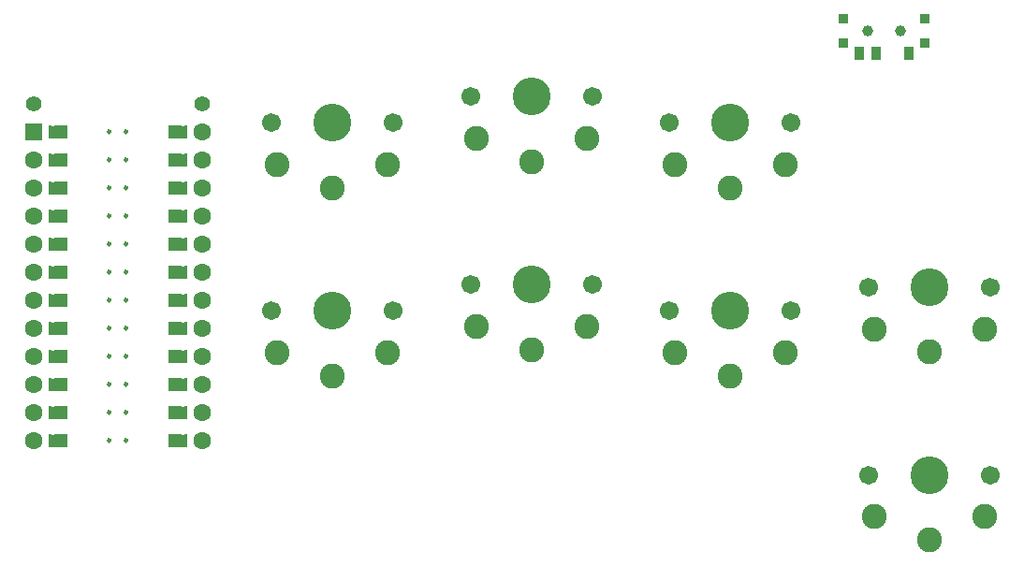
<source format=gbr>
%TF.GenerationSoftware,KiCad,Pcbnew,(6.0.10)*%
%TF.CreationDate,2023-01-30T22:50:37-06:00*%
%TF.ProjectId,mypaintbrush_aggressive,6d797061-696e-4746-9272-7573685f6167,rev?*%
%TF.SameCoordinates,Original*%
%TF.FileFunction,Soldermask,Top*%
%TF.FilePolarity,Negative*%
%FSLAX46Y46*%
G04 Gerber Fmt 4.6, Leading zero omitted, Abs format (unit mm)*
G04 Created by KiCad (PCBNEW (6.0.10)) date 2023-01-30 22:50:37*
%MOMM*%
%LPD*%
G01*
G04 APERTURE LIST*
G04 Aperture macros list*
%AMFreePoly0*
4,1,6,0.600000,0.200000,0.000000,-0.400000,-0.600000,0.200000,-0.600000,0.400000,0.600000,0.400000,0.600000,0.200000,0.600000,0.200000,$1*%
%AMFreePoly1*
4,1,6,0.600000,-0.250000,-0.600000,-0.250000,-0.600000,1.000000,0.000000,0.400000,0.600000,1.000000,0.600000,-0.250000,0.600000,-0.250000,$1*%
G04 Aperture macros list end*
%ADD10C,0.250000*%
%ADD11C,0.100000*%
%ADD12C,3.429000*%
%ADD13C,1.701800*%
%ADD14C,2.262000*%
%ADD15FreePoly0,270.000000*%
%ADD16C,1.600000*%
%ADD17FreePoly0,90.000000*%
%ADD18R,1.600000X1.600000*%
%ADD19FreePoly1,90.000000*%
%ADD20FreePoly1,270.000000*%
%ADD21C,1.397000*%
%ADD22C,1.000000*%
%ADD23R,0.900000X0.900000*%
%ADD24R,0.900000X1.250000*%
G04 APERTURE END LIST*
D10*
%TO.C,U1*%
X87288737Y-42329424D02*
G75*
G03*
X87288737Y-42329424I-125000J0D01*
G01*
X85764737Y-32169424D02*
G75*
G03*
X85764737Y-32169424I-125000J0D01*
G01*
X87288737Y-34709424D02*
G75*
G03*
X87288737Y-34709424I-125000J0D01*
G01*
X87288737Y-29629424D02*
G75*
G03*
X87288737Y-29629424I-125000J0D01*
G01*
X87288737Y-39789424D02*
G75*
G03*
X87288737Y-39789424I-125000J0D01*
G01*
X85764737Y-37249424D02*
G75*
G03*
X85764737Y-37249424I-125000J0D01*
G01*
X85764737Y-39789424D02*
G75*
G03*
X85764737Y-39789424I-125000J0D01*
G01*
X85764737Y-57569424D02*
G75*
G03*
X85764737Y-57569424I-125000J0D01*
G01*
X87288737Y-37249424D02*
G75*
G03*
X87288737Y-37249424I-125000J0D01*
G01*
X87288737Y-32169424D02*
G75*
G03*
X87288737Y-32169424I-125000J0D01*
G01*
X85764737Y-47409424D02*
G75*
G03*
X85764737Y-47409424I-125000J0D01*
G01*
X85764737Y-52489424D02*
G75*
G03*
X85764737Y-52489424I-125000J0D01*
G01*
X85764737Y-44869424D02*
G75*
G03*
X85764737Y-44869424I-125000J0D01*
G01*
X87288737Y-52489424D02*
G75*
G03*
X87288737Y-52489424I-125000J0D01*
G01*
X87288737Y-57569424D02*
G75*
G03*
X87288737Y-57569424I-125000J0D01*
G01*
X85764737Y-29629424D02*
G75*
G03*
X85764737Y-29629424I-125000J0D01*
G01*
X85764737Y-55029424D02*
G75*
G03*
X85764737Y-55029424I-125000J0D01*
G01*
X87288737Y-55029424D02*
G75*
G03*
X87288737Y-55029424I-125000J0D01*
G01*
X87288737Y-47409424D02*
G75*
G03*
X87288737Y-47409424I-125000J0D01*
G01*
X87288737Y-49949424D02*
G75*
G03*
X87288737Y-49949424I-125000J0D01*
G01*
X85764737Y-34709424D02*
G75*
G03*
X85764737Y-34709424I-125000J0D01*
G01*
X85764737Y-49949424D02*
G75*
G03*
X85764737Y-49949424I-125000J0D01*
G01*
X85764737Y-42329424D02*
G75*
G03*
X85764737Y-42329424I-125000J0D01*
G01*
X87288737Y-44869424D02*
G75*
G03*
X87288737Y-44869424I-125000J0D01*
G01*
G36*
X92497737Y-37757424D02*
G01*
X91481737Y-37757424D01*
X91481737Y-36741424D01*
X92497737Y-36741424D01*
X92497737Y-37757424D01*
G37*
D11*
X92497737Y-37757424D02*
X91481737Y-37757424D01*
X91481737Y-36741424D01*
X92497737Y-36741424D01*
X92497737Y-37757424D01*
G36*
X81321737Y-50457424D02*
G01*
X80305737Y-50457424D01*
X80305737Y-49441424D01*
X81321737Y-49441424D01*
X81321737Y-50457424D01*
G37*
X81321737Y-50457424D02*
X80305737Y-50457424D01*
X80305737Y-49441424D01*
X81321737Y-49441424D01*
X81321737Y-50457424D01*
G36*
X81321737Y-42837424D02*
G01*
X80305737Y-42837424D01*
X80305737Y-41821424D01*
X81321737Y-41821424D01*
X81321737Y-42837424D01*
G37*
X81321737Y-42837424D02*
X80305737Y-42837424D01*
X80305737Y-41821424D01*
X81321737Y-41821424D01*
X81321737Y-42837424D01*
G36*
X92497737Y-55537424D02*
G01*
X91481737Y-55537424D01*
X91481737Y-54521424D01*
X92497737Y-54521424D01*
X92497737Y-55537424D01*
G37*
X92497737Y-55537424D02*
X91481737Y-55537424D01*
X91481737Y-54521424D01*
X92497737Y-54521424D01*
X92497737Y-55537424D01*
G36*
X81321737Y-32677424D02*
G01*
X80305737Y-32677424D01*
X80305737Y-31661424D01*
X81321737Y-31661424D01*
X81321737Y-32677424D01*
G37*
X81321737Y-32677424D02*
X80305737Y-32677424D01*
X80305737Y-31661424D01*
X81321737Y-31661424D01*
X81321737Y-32677424D01*
G36*
X81321737Y-30137424D02*
G01*
X80305737Y-30137424D01*
X80305737Y-29121424D01*
X81321737Y-29121424D01*
X81321737Y-30137424D01*
G37*
X81321737Y-30137424D02*
X80305737Y-30137424D01*
X80305737Y-29121424D01*
X81321737Y-29121424D01*
X81321737Y-30137424D01*
G36*
X81321737Y-35217424D02*
G01*
X80305737Y-35217424D01*
X80305737Y-34201424D01*
X81321737Y-34201424D01*
X81321737Y-35217424D01*
G37*
X81321737Y-35217424D02*
X80305737Y-35217424D01*
X80305737Y-34201424D01*
X81321737Y-34201424D01*
X81321737Y-35217424D01*
G36*
X81321737Y-52997424D02*
G01*
X80305737Y-52997424D01*
X80305737Y-51981424D01*
X81321737Y-51981424D01*
X81321737Y-52997424D01*
G37*
X81321737Y-52997424D02*
X80305737Y-52997424D01*
X80305737Y-51981424D01*
X81321737Y-51981424D01*
X81321737Y-52997424D01*
G36*
X81321737Y-45377424D02*
G01*
X80305737Y-45377424D01*
X80305737Y-44361424D01*
X81321737Y-44361424D01*
X81321737Y-45377424D01*
G37*
X81321737Y-45377424D02*
X80305737Y-45377424D01*
X80305737Y-44361424D01*
X81321737Y-44361424D01*
X81321737Y-45377424D01*
G36*
X92497737Y-42837424D02*
G01*
X91481737Y-42837424D01*
X91481737Y-41821424D01*
X92497737Y-41821424D01*
X92497737Y-42837424D01*
G37*
X92497737Y-42837424D02*
X91481737Y-42837424D01*
X91481737Y-41821424D01*
X92497737Y-41821424D01*
X92497737Y-42837424D01*
G36*
X81321737Y-55537424D02*
G01*
X80305737Y-55537424D01*
X80305737Y-54521424D01*
X81321737Y-54521424D01*
X81321737Y-55537424D01*
G37*
X81321737Y-55537424D02*
X80305737Y-55537424D01*
X80305737Y-54521424D01*
X81321737Y-54521424D01*
X81321737Y-55537424D01*
G36*
X92497737Y-35217424D02*
G01*
X91481737Y-35217424D01*
X91481737Y-34201424D01*
X92497737Y-34201424D01*
X92497737Y-35217424D01*
G37*
X92497737Y-35217424D02*
X91481737Y-35217424D01*
X91481737Y-34201424D01*
X92497737Y-34201424D01*
X92497737Y-35217424D01*
G36*
X92497737Y-47917424D02*
G01*
X91481737Y-47917424D01*
X91481737Y-46901424D01*
X92497737Y-46901424D01*
X92497737Y-47917424D01*
G37*
X92497737Y-47917424D02*
X91481737Y-47917424D01*
X91481737Y-46901424D01*
X92497737Y-46901424D01*
X92497737Y-47917424D01*
G36*
X92497737Y-45377424D02*
G01*
X91481737Y-45377424D01*
X91481737Y-44361424D01*
X92497737Y-44361424D01*
X92497737Y-45377424D01*
G37*
X92497737Y-45377424D02*
X91481737Y-45377424D01*
X91481737Y-44361424D01*
X92497737Y-44361424D01*
X92497737Y-45377424D01*
G36*
X92497737Y-30137424D02*
G01*
X91481737Y-30137424D01*
X91481737Y-29121424D01*
X92497737Y-29121424D01*
X92497737Y-30137424D01*
G37*
X92497737Y-30137424D02*
X91481737Y-30137424D01*
X91481737Y-29121424D01*
X92497737Y-29121424D01*
X92497737Y-30137424D01*
G36*
X81321737Y-40297424D02*
G01*
X80305737Y-40297424D01*
X80305737Y-39281424D01*
X81321737Y-39281424D01*
X81321737Y-40297424D01*
G37*
X81321737Y-40297424D02*
X80305737Y-40297424D01*
X80305737Y-39281424D01*
X81321737Y-39281424D01*
X81321737Y-40297424D01*
G36*
X92497737Y-40297424D02*
G01*
X91481737Y-40297424D01*
X91481737Y-39281424D01*
X92497737Y-39281424D01*
X92497737Y-40297424D01*
G37*
X92497737Y-40297424D02*
X91481737Y-40297424D01*
X91481737Y-39281424D01*
X92497737Y-39281424D01*
X92497737Y-40297424D01*
G36*
X81321737Y-37757424D02*
G01*
X80305737Y-37757424D01*
X80305737Y-36741424D01*
X81321737Y-36741424D01*
X81321737Y-37757424D01*
G37*
X81321737Y-37757424D02*
X80305737Y-37757424D01*
X80305737Y-36741424D01*
X81321737Y-36741424D01*
X81321737Y-37757424D01*
G36*
X92497737Y-32677424D02*
G01*
X91481737Y-32677424D01*
X91481737Y-31661424D01*
X92497737Y-31661424D01*
X92497737Y-32677424D01*
G37*
X92497737Y-32677424D02*
X91481737Y-32677424D01*
X91481737Y-31661424D01*
X92497737Y-31661424D01*
X92497737Y-32677424D01*
G36*
X92497737Y-52997424D02*
G01*
X91481737Y-52997424D01*
X91481737Y-51981424D01*
X92497737Y-51981424D01*
X92497737Y-52997424D01*
G37*
X92497737Y-52997424D02*
X91481737Y-52997424D01*
X91481737Y-51981424D01*
X92497737Y-51981424D01*
X92497737Y-52997424D01*
G36*
X92497737Y-58077424D02*
G01*
X91481737Y-58077424D01*
X91481737Y-57061424D01*
X92497737Y-57061424D01*
X92497737Y-58077424D01*
G37*
X92497737Y-58077424D02*
X91481737Y-58077424D01*
X91481737Y-57061424D01*
X92497737Y-57061424D01*
X92497737Y-58077424D01*
G36*
X81321737Y-47917424D02*
G01*
X80305737Y-47917424D01*
X80305737Y-46901424D01*
X81321737Y-46901424D01*
X81321737Y-47917424D01*
G37*
X81321737Y-47917424D02*
X80305737Y-47917424D01*
X80305737Y-46901424D01*
X81321737Y-46901424D01*
X81321737Y-47917424D01*
G36*
X81321737Y-58077424D02*
G01*
X80305737Y-58077424D01*
X80305737Y-57061424D01*
X81321737Y-57061424D01*
X81321737Y-58077424D01*
G37*
X81321737Y-58077424D02*
X80305737Y-58077424D01*
X80305737Y-57061424D01*
X81321737Y-57061424D01*
X81321737Y-58077424D01*
G36*
X92497737Y-50457424D02*
G01*
X91481737Y-50457424D01*
X91481737Y-49441424D01*
X92497737Y-49441424D01*
X92497737Y-50457424D01*
G37*
X92497737Y-50457424D02*
X91481737Y-50457424D01*
X91481737Y-49441424D01*
X92497737Y-49441424D01*
X92497737Y-50457424D01*
%TD*%
D12*
%TO.C,KEY2*%
X123851736Y-26469424D03*
D13*
X129351736Y-26469424D03*
X118351736Y-26469424D03*
D14*
X123851736Y-32369424D03*
X118851736Y-30269424D03*
X128851736Y-30269424D03*
%TD*%
D13*
%TO.C,KEY3*%
X147351738Y-28849426D03*
D12*
X141851738Y-28849426D03*
D13*
X136351738Y-28849426D03*
D14*
X141851738Y-34749426D03*
X146851738Y-32649426D03*
X136851738Y-32649426D03*
%TD*%
D13*
%TO.C,KEY4*%
X154351734Y-43699425D03*
X165351734Y-43699425D03*
D12*
X159851734Y-43699425D03*
D14*
X159851734Y-49599425D03*
X164851734Y-47499425D03*
X154851734Y-47499425D03*
%TD*%
D13*
%TO.C,KEY6*%
X118351738Y-43469424D03*
X129351738Y-43469424D03*
D12*
X123851738Y-43469424D03*
D14*
X123851738Y-49369424D03*
X128851738Y-47269424D03*
X118851738Y-47269424D03*
%TD*%
D13*
%TO.C,KEY7*%
X147351738Y-45849426D03*
X136351738Y-45849426D03*
D12*
X141851738Y-45849426D03*
D14*
X141851738Y-51749426D03*
X146851738Y-49649426D03*
X136851738Y-49649426D03*
%TD*%
D13*
%TO.C,KEY8*%
X165351736Y-60699424D03*
D12*
X159851736Y-60699424D03*
D13*
X154351736Y-60699424D03*
D14*
X159851736Y-66599424D03*
X164851736Y-64499424D03*
X154851736Y-64499424D03*
%TD*%
D13*
%TO.C,KEY1*%
X100351736Y-28849424D03*
X111351736Y-28849424D03*
D12*
X105851736Y-28849424D03*
D14*
X105851736Y-34749424D03*
X110851736Y-32649424D03*
X100851736Y-32649424D03*
%TD*%
D13*
%TO.C,KEY5*%
X100351735Y-45849424D03*
D12*
X105851735Y-45849424D03*
D13*
X111351735Y-45849424D03*
D14*
X105851735Y-51749424D03*
X110851735Y-49649424D03*
X100851735Y-49649424D03*
%TD*%
D15*
%TO.C,U1*%
X92243737Y-44869424D03*
D16*
X78781737Y-52489424D03*
X94021737Y-34709424D03*
D15*
X92243737Y-39789424D03*
D16*
X94021737Y-52489424D03*
X94021737Y-29629424D03*
X94021737Y-37249424D03*
D15*
X92243737Y-47409424D03*
D17*
X80559737Y-29629424D03*
X80559737Y-49949424D03*
D16*
X94021737Y-44869424D03*
D15*
X92243737Y-29629424D03*
D16*
X78781737Y-55029424D03*
D18*
X78781737Y-29629424D03*
D15*
X92243737Y-52489424D03*
D16*
X78781737Y-39789424D03*
X78781737Y-57569424D03*
D17*
X80559737Y-57569424D03*
D15*
X92243737Y-57569424D03*
D16*
X78781737Y-32169424D03*
X78781737Y-37249424D03*
X94021737Y-49949424D03*
D15*
X92243737Y-49949424D03*
D17*
X80559737Y-55029424D03*
D16*
X94021737Y-39789424D03*
D15*
X92243737Y-32169424D03*
D17*
X80559737Y-37249424D03*
D16*
X78781737Y-29629424D03*
X78781737Y-42329424D03*
D17*
X80559737Y-42329424D03*
X80559737Y-44869424D03*
X80559737Y-39789424D03*
D15*
X92243737Y-42329424D03*
D16*
X78781737Y-44869424D03*
D15*
X92243737Y-55029424D03*
X92243737Y-34709424D03*
X92243737Y-37249424D03*
D16*
X94021737Y-47409424D03*
X78781737Y-47409424D03*
D17*
X80559737Y-32169424D03*
X80559737Y-52489424D03*
D16*
X94021737Y-55029424D03*
X78781737Y-49949424D03*
X94021737Y-32169424D03*
D17*
X80559737Y-34709424D03*
D16*
X78781737Y-34709424D03*
X94021737Y-42329424D03*
X94021737Y-57569424D03*
D17*
X80559737Y-47409424D03*
D19*
X81575737Y-29629424D03*
X81575737Y-32169424D03*
X81575737Y-34709424D03*
X81575737Y-37249424D03*
X81575737Y-39789424D03*
X81575737Y-42329424D03*
X81575737Y-44869424D03*
X81575737Y-47409424D03*
X81575737Y-49949424D03*
X81575737Y-52489424D03*
X81575737Y-55029424D03*
X81575737Y-57569424D03*
D20*
X91227737Y-57569424D03*
X91227737Y-55029424D03*
X91227737Y-52489424D03*
X91227737Y-49949424D03*
X91227737Y-47409424D03*
X91227737Y-44869424D03*
X91227737Y-42329424D03*
X91227737Y-39789424D03*
X91227737Y-37249424D03*
X91227737Y-34709424D03*
X91227737Y-32169424D03*
X91227737Y-29629424D03*
%TD*%
D21*
%TO.C,Bat+1*%
X94021737Y-27129424D03*
%TD*%
%TO.C,BatGND1*%
X78781737Y-27129424D03*
%TD*%
D22*
%TO.C,SW_POWER1*%
X157251736Y-20511924D03*
X154251736Y-20511924D03*
D23*
X152051736Y-21611924D03*
X152051736Y-19411924D03*
X159451736Y-21611924D03*
X159451736Y-19411924D03*
D24*
X158001736Y-22586924D03*
X155001736Y-22586923D03*
X153501736Y-22586924D03*
%TD*%
M02*

</source>
